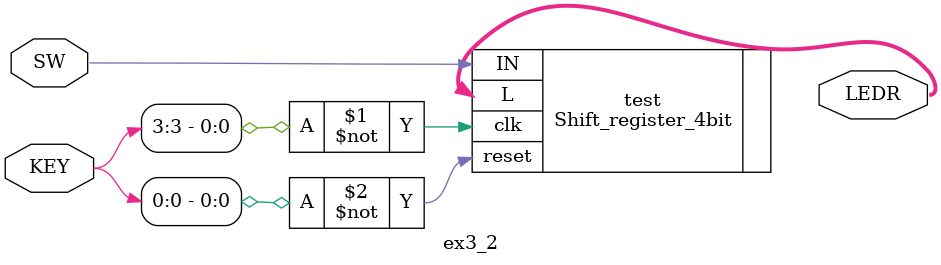
<source format=sv>
module ex3_2 (
		input  logic [3:0] KEY,
		input  logic [0:0] SW,
		output logic [3:0] LEDR
);

Shift_register_4bit		test(.clk(~KEY[3]), .reset(~KEY[0]), .IN(SW[0]), .L(LEDR[3:0]) );

endmodule
</source>
